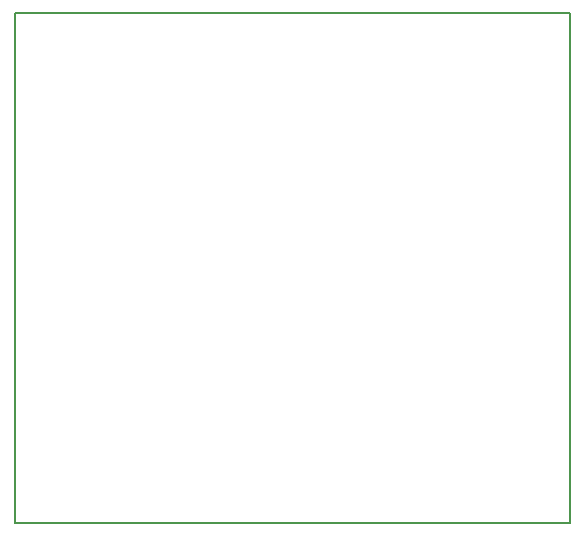
<source format=gbr>
G04 #@! TF.GenerationSoftware,KiCad,Pcbnew,no-vcs-found-895c0bb~58~ubuntu16.04.1*
G04 #@! TF.CreationDate,2017-07-11T17:07:46-04:00*
G04 #@! TF.ProjectId,alim,616C696D2E6B696361645F7063620000,rev?*
G04 #@! TF.SameCoordinates,Original
G04 #@! TF.FileFunction,Profile,NP*
%FSLAX46Y46*%
G04 Gerber Fmt 4.6, Leading zero omitted, Abs format (unit mm)*
G04 Created by KiCad (PCBNEW no-vcs-found-895c0bb~58~ubuntu16.04.1) date Tue Jul 11 17:07:46 2017*
%MOMM*%
%LPD*%
G01*
G04 APERTURE LIST*
%ADD10C,0.150000*%
G04 APERTURE END LIST*
D10*
X101854000Y-47498000D02*
X101600000Y-47498000D01*
X101854000Y-90678000D02*
X101600000Y-90678000D01*
X148590000Y-47498000D02*
X148590000Y-90678000D01*
X101854000Y-47498000D02*
X148590000Y-47498000D01*
X101600000Y-90678000D02*
X101600000Y-47498000D01*
X107188000Y-90678000D02*
X101854000Y-90678000D01*
X148590000Y-90678000D02*
X107188000Y-90678000D01*
M02*

</source>
